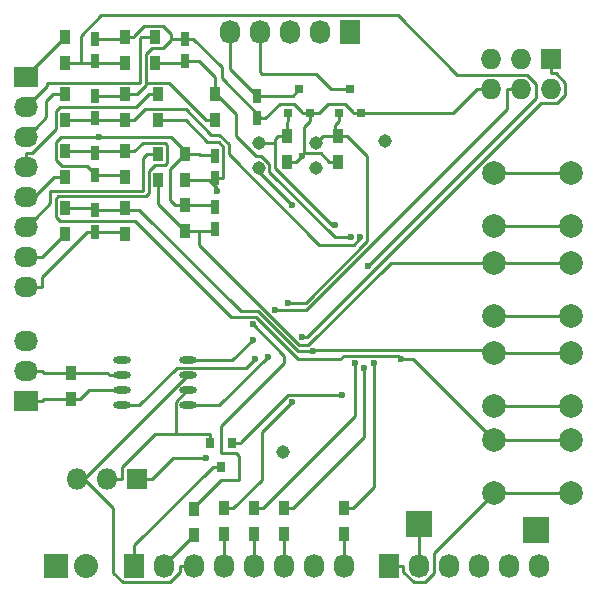
<source format=gtl>
G04 #@! TF.FileFunction,Copper,L1,Top,Signal*
%FSLAX46Y46*%
G04 Gerber Fmt 4.6, Leading zero omitted, Abs format (unit mm)*
G04 Created by KiCad (PCBNEW 4.0.2-stable) date 01.03.2017 20:49:35*
%MOMM*%
G01*
G04 APERTURE LIST*
%ADD10C,0.100000*%
%ADD11R,2.032000X1.727200*%
%ADD12O,2.032000X1.727200*%
%ADD13R,1.727200X2.032000*%
%ADD14O,1.727200X2.032000*%
%ADD15R,2.032000X2.032000*%
%ADD16O,2.032000X2.032000*%
%ADD17R,2.235200X2.235200*%
%ADD18R,0.800100X0.800100*%
%ADD19O,1.473200X0.609600*%
%ADD20R,1.727200X1.727200*%
%ADD21O,1.727200X1.727200*%
%ADD22C,1.143000*%
%ADD23C,2.000000*%
%ADD24R,0.750000X1.200000*%
%ADD25R,0.900000X1.200000*%
%ADD26R,0.800000X0.900000*%
%ADD27R,1.800000X1.800000*%
%ADD28O,1.800000X1.800000*%
%ADD29C,0.600000*%
%ADD30C,0.250000*%
G04 APERTURE END LIST*
D10*
D11*
X107188000Y-71120000D03*
D12*
X107188000Y-73660000D03*
X107188000Y-76200000D03*
X107188000Y-78740000D03*
X107188000Y-81280000D03*
X107188000Y-83820000D03*
X107188000Y-86360000D03*
X107188000Y-88900000D03*
D11*
X107188000Y-98552000D03*
D12*
X107188000Y-96012000D03*
X107188000Y-93472000D03*
D13*
X137922000Y-112522000D03*
D14*
X140462000Y-112522000D03*
X143002000Y-112522000D03*
X145542000Y-112522000D03*
X148082000Y-112522000D03*
X150622000Y-112522000D03*
D13*
X116332000Y-112522000D03*
D14*
X118872000Y-112522000D03*
X121412000Y-112522000D03*
X123952000Y-112522000D03*
X126492000Y-112522000D03*
X129032000Y-112522000D03*
X131572000Y-112522000D03*
X134112000Y-112522000D03*
D13*
X134620000Y-67310000D03*
D14*
X132080000Y-67310000D03*
X129540000Y-67310000D03*
X127000000Y-67310000D03*
X124460000Y-67310000D03*
D15*
X109728000Y-112522000D03*
D16*
X112268000Y-112522000D03*
D17*
X140462000Y-108966000D03*
X150368000Y-109474000D03*
D18*
X133670000Y-74152760D03*
X135570000Y-74152760D03*
X134620000Y-72153780D03*
X129352000Y-74152760D03*
X131252000Y-74152760D03*
X130302000Y-72153780D03*
D19*
X120904000Y-98933000D03*
X120904000Y-97663000D03*
X120904000Y-96393000D03*
X120904000Y-95123000D03*
X115316000Y-95123000D03*
X115316000Y-96393000D03*
X115316000Y-97663000D03*
X115316000Y-98933000D03*
D20*
X151638000Y-69596000D03*
D21*
X151638000Y-72136000D03*
X149098000Y-69596000D03*
X149098000Y-72136000D03*
X146558000Y-69596000D03*
X146558000Y-72136000D03*
D22*
X128905000Y-102870000D03*
X126873000Y-78867000D03*
X137541000Y-76581000D03*
X131699000Y-78867000D03*
X126873000Y-76708000D03*
X131699000Y-76708000D03*
D23*
X146812000Y-106354000D03*
X146812000Y-101854000D03*
X153312000Y-106354000D03*
X153312000Y-101854000D03*
X146812000Y-91368000D03*
X146812000Y-86868000D03*
X153312000Y-91368000D03*
X153312000Y-86868000D03*
X146812000Y-98988000D03*
X146812000Y-94488000D03*
X153312000Y-98988000D03*
X153312000Y-94488000D03*
X146812000Y-83748000D03*
X146812000Y-79248000D03*
X153312000Y-83748000D03*
X153312000Y-79248000D03*
D24*
X113030000Y-84262000D03*
X113030000Y-82362000D03*
X123190000Y-82108000D03*
X123190000Y-84008000D03*
X113030000Y-79436000D03*
X113030000Y-77536000D03*
X123190000Y-77790000D03*
X123190000Y-79690000D03*
X113030000Y-72710000D03*
X113030000Y-74610000D03*
X120650000Y-67884000D03*
X120650000Y-69784000D03*
X113030000Y-67884000D03*
X113030000Y-69784000D03*
X126746000Y-72710000D03*
X126746000Y-74610000D03*
D25*
X123952000Y-109812000D03*
X123952000Y-107612000D03*
X126492000Y-109812000D03*
X126492000Y-107612000D03*
X129032000Y-109812000D03*
X129032000Y-107612000D03*
X134112000Y-109812000D03*
X134112000Y-107612000D03*
X110998000Y-98382000D03*
X110998000Y-96182000D03*
X133604000Y-78316000D03*
X133604000Y-76116000D03*
X129286000Y-78316000D03*
X129286000Y-76116000D03*
X110490000Y-69934000D03*
X110490000Y-67734000D03*
X118110000Y-69934000D03*
X118110000Y-67734000D03*
X110490000Y-74760000D03*
X110490000Y-72560000D03*
X118364000Y-74760000D03*
X118364000Y-72560000D03*
X110490000Y-77386000D03*
X110490000Y-79586000D03*
X118364000Y-79840000D03*
X118364000Y-77640000D03*
X110490000Y-82212000D03*
X110490000Y-84412000D03*
X115570000Y-84412000D03*
X115570000Y-82212000D03*
X120650000Y-81958000D03*
X120650000Y-84158000D03*
X115570000Y-79586000D03*
X115570000Y-77386000D03*
X120650000Y-77640000D03*
X120650000Y-79840000D03*
X115570000Y-72560000D03*
X115570000Y-74760000D03*
X123190000Y-74760000D03*
X123190000Y-72560000D03*
X115570000Y-67734000D03*
X115570000Y-69934000D03*
D26*
X124648000Y-102124000D03*
X122748000Y-102124000D03*
X123698000Y-104124000D03*
D27*
X116586000Y-105156000D03*
D28*
X114046000Y-105156000D03*
X111506000Y-105156000D03*
D25*
X121412000Y-109939000D03*
X121412000Y-107739000D03*
D29*
X136137800Y-87115500D03*
X134645900Y-84708500D03*
X135446300Y-84713600D03*
X123365000Y-80813300D03*
X138911700Y-94978000D03*
X131488500Y-94358100D03*
X130574300Y-77803000D03*
X113359500Y-76201600D03*
X128241000Y-90870500D03*
X126365000Y-92075000D03*
X126573700Y-95020900D03*
X122422900Y-103378500D03*
X129656800Y-81931800D03*
X133345100Y-83685000D03*
X129331600Y-90245100D03*
X129649500Y-98684200D03*
X135021500Y-95339000D03*
X135821900Y-95788400D03*
X136622200Y-95339000D03*
X127616900Y-94864000D03*
X126390700Y-93375900D03*
X130540500Y-93184900D03*
X133904300Y-98058900D03*
D30*
X113030000Y-69934000D02*
X115570000Y-69934000D01*
X113030000Y-69934000D02*
X113030000Y-69784000D01*
X110490000Y-69934000D02*
X111797500Y-69934000D01*
X111797500Y-69934000D02*
X113030000Y-69934000D01*
X150368000Y-72885300D02*
X136137800Y-87115500D01*
X150368000Y-71702700D02*
X150368000Y-72885300D01*
X149612300Y-70947000D02*
X150368000Y-71702700D01*
X143684600Y-70947000D02*
X149612300Y-70947000D01*
X138657300Y-65919700D02*
X143684600Y-70947000D01*
X113531400Y-65919700D02*
X138657300Y-65919700D01*
X111797500Y-67653600D02*
X113531400Y-65919700D01*
X111797500Y-69934000D02*
X111797500Y-67653600D01*
X120650000Y-69784000D02*
X120650000Y-70020000D01*
X120500000Y-69934000D02*
X120650000Y-69784000D01*
X118110000Y-69934000D02*
X120500000Y-69934000D01*
X123190000Y-71120000D02*
X123190000Y-72451500D01*
X121854000Y-69784000D02*
X123190000Y-71120000D01*
X120650000Y-69784000D02*
X121854000Y-69784000D01*
X123190000Y-72451500D02*
X123190000Y-72560000D01*
X133317900Y-84708500D02*
X134645900Y-84708500D01*
X127770000Y-79160600D02*
X133317900Y-84708500D01*
X127769900Y-79160600D02*
X127770000Y-79160600D01*
X127769900Y-78481100D02*
X127769900Y-79160600D01*
X127076300Y-77787500D02*
X127769900Y-78481100D01*
X126660000Y-77787500D02*
X127076300Y-77787500D01*
X124973800Y-76101300D02*
X126660000Y-77787500D01*
X124973800Y-74235300D02*
X124973800Y-76101300D01*
X123190000Y-72451500D02*
X124973800Y-74235300D01*
X113030000Y-74760000D02*
X113030000Y-74610000D01*
X110490000Y-74760000D02*
X113030000Y-74760000D01*
X113030000Y-74760000D02*
X115570000Y-74760000D01*
X115570000Y-74760000D02*
X116345300Y-74760000D01*
X135446300Y-84792500D02*
X135446300Y-84713600D01*
X134904300Y-85334500D02*
X135446300Y-84792500D01*
X132011400Y-85334500D02*
X134904300Y-85334500D01*
X124340800Y-77663900D02*
X132011400Y-85334500D01*
X124340800Y-76844500D02*
X124340800Y-77663900D01*
X123504200Y-76007900D02*
X124340800Y-76844500D01*
X122867200Y-76007900D02*
X123504200Y-76007900D01*
X120693900Y-73834600D02*
X122867200Y-76007900D01*
X117270700Y-73834600D02*
X120693900Y-73834600D01*
X116345300Y-74760000D02*
X117270700Y-73834600D01*
X120650000Y-79840000D02*
X122648600Y-79840000D01*
X123040000Y-79840000D02*
X123190000Y-79690000D01*
X122648600Y-79840000D02*
X123040000Y-79840000D01*
X120675400Y-74760000D02*
X118364000Y-74760000D01*
X122532900Y-76617500D02*
X120675400Y-74760000D01*
X123476900Y-76617500D02*
X122532900Y-76617500D01*
X123890300Y-77030900D02*
X123476900Y-76617500D01*
X123890300Y-79690000D02*
X123890300Y-77030900D01*
X123190000Y-79690000D02*
X123890300Y-79690000D01*
X123365000Y-80556400D02*
X123365000Y-80813300D01*
X122648600Y-79840000D02*
X123365000Y-80556400D01*
X139936000Y-94978000D02*
X138911700Y-94978000D01*
X146812000Y-101854000D02*
X139936000Y-94978000D01*
X113030000Y-77386000D02*
X113030000Y-77536000D01*
X153312000Y-101854000D02*
X146812000Y-101854000D01*
X110490000Y-77386000D02*
X113030000Y-77386000D01*
X113030000Y-77386000D02*
X115570000Y-77386000D01*
X115570000Y-77386000D02*
X116345300Y-77386000D01*
X117053100Y-76678200D02*
X116345300Y-77386000D01*
X118914300Y-76678200D02*
X117053100Y-76678200D01*
X119139400Y-76903300D02*
X118914300Y-76678200D01*
X119139400Y-78396400D02*
X119139400Y-76903300D01*
X118948300Y-78587500D02*
X119139400Y-78396400D01*
X118084600Y-78587500D02*
X118948300Y-78587500D01*
X117563600Y-79108500D02*
X118084600Y-78587500D01*
X117563600Y-80968200D02*
X117563600Y-79108500D01*
X117309400Y-81222400D02*
X117563600Y-80968200D01*
X109910800Y-81222400D02*
X117309400Y-81222400D01*
X109714600Y-81418600D02*
X109910800Y-81222400D01*
X109714600Y-82984700D02*
X109714600Y-81418600D01*
X110017300Y-83287400D02*
X109714600Y-82984700D01*
X116415800Y-83287400D02*
X110017300Y-83287400D01*
X124551400Y-91423000D02*
X116415800Y-83287400D01*
X126620500Y-91423000D02*
X124551400Y-91423000D01*
X130239900Y-95042400D02*
X126620500Y-91423000D01*
X133740800Y-95042400D02*
X130239900Y-95042400D01*
X134069500Y-94713700D02*
X133740800Y-95042400D01*
X138647400Y-94713700D02*
X134069500Y-94713700D01*
X138911700Y-94978000D02*
X138647400Y-94713700D01*
X120650000Y-84158000D02*
X120650000Y-84074000D01*
X118364000Y-81872000D02*
X120650000Y-84158000D01*
X118364000Y-79840000D02*
X118364000Y-81872000D01*
X120650000Y-84158000D02*
X121845000Y-84158000D01*
X123040000Y-84158000D02*
X123190000Y-84008000D01*
X121845000Y-84158000D02*
X123040000Y-84158000D01*
X138059800Y-86868000D02*
X146812000Y-86868000D01*
X131085000Y-93842800D02*
X138059800Y-86868000D01*
X130314100Y-93842800D02*
X131085000Y-93842800D01*
X121845000Y-85373700D02*
X130314100Y-93842800D01*
X121845000Y-84158000D02*
X121845000Y-85373700D01*
X146812000Y-86868000D02*
X153312000Y-86868000D01*
X112880000Y-82212000D02*
X113030000Y-82362000D01*
X110490000Y-82212000D02*
X112880000Y-82212000D01*
X153312000Y-94488000D02*
X146812000Y-94488000D01*
X113030000Y-82362000D02*
X115420000Y-82362000D01*
X115420000Y-82362000D02*
X115570000Y-82212000D01*
X130192500Y-94358100D02*
X131488500Y-94358100D01*
X126807100Y-90972700D02*
X130192500Y-94358100D01*
X125361200Y-90972700D02*
X126807100Y-90972700D01*
X116750500Y-82362000D02*
X125361200Y-90972700D01*
X115420000Y-82362000D02*
X116750500Y-82362000D01*
X131583200Y-94263400D02*
X131488500Y-94358100D01*
X146587400Y-94263400D02*
X131583200Y-94263400D01*
X146812000Y-94488000D02*
X146587400Y-94263400D01*
X107104000Y-71120000D02*
X106934000Y-70950000D01*
X106680000Y-71120000D02*
X107104000Y-71120000D01*
X107104000Y-71120000D02*
X110490000Y-67734000D01*
X107188000Y-71120000D02*
X107104000Y-71120000D01*
X106680000Y-73660000D02*
X106934000Y-73660000D01*
X108966000Y-71882000D02*
X107901000Y-72947000D01*
X108966000Y-71628000D02*
X108966000Y-71882000D01*
X116840000Y-71628000D02*
X108966000Y-71628000D01*
X116840000Y-67818000D02*
X116840000Y-71628000D01*
X116924000Y-67734000D02*
X116840000Y-67818000D01*
X118110000Y-67734000D02*
X116924000Y-67734000D01*
X107901000Y-72947000D02*
X107188000Y-73660000D01*
X107647000Y-72947000D02*
X106934000Y-73660000D01*
X107901000Y-72947000D02*
X107647000Y-72947000D01*
X106680000Y-76200000D02*
X106850000Y-76200000D01*
X108839000Y-74549000D02*
X107976200Y-75411800D01*
X108839000Y-73152000D02*
X108839000Y-74549000D01*
X109431000Y-72560000D02*
X108839000Y-73152000D01*
X110490000Y-72560000D02*
X109431000Y-72560000D01*
X107976200Y-75411800D02*
X107188000Y-76200000D01*
X107638200Y-75411800D02*
X106850000Y-76200000D01*
X107976200Y-75411800D02*
X107638200Y-75411800D01*
X106680000Y-78740000D02*
X106934000Y-78740000D01*
X106934000Y-78740000D02*
X107188000Y-78740000D01*
X118364000Y-72560000D02*
X117588700Y-72560000D01*
X116464100Y-73684600D02*
X117588700Y-72560000D01*
X110039700Y-73684600D02*
X116464100Y-73684600D01*
X109714600Y-74009700D02*
X110039700Y-73684600D01*
X109714600Y-75551200D02*
X109714600Y-74009700D01*
X107714700Y-77551100D02*
X109714600Y-75551200D01*
X107188000Y-77551100D02*
X107714700Y-77551100D01*
X107188000Y-78740000D02*
X107188000Y-77551100D01*
X110490000Y-79586000D02*
X109517000Y-79586000D01*
X109517000Y-79586000D02*
X107823000Y-81280000D01*
X107823000Y-81280000D02*
X107188000Y-81280000D01*
X107188000Y-81280000D02*
X106934000Y-81280000D01*
X106680000Y-81280000D02*
X106934000Y-81280000D01*
X106680000Y-83312000D02*
X106680000Y-83820000D01*
X109220000Y-81788000D02*
X107976200Y-83031800D01*
X109220000Y-80772000D02*
X109220000Y-81788000D01*
X117094000Y-80772000D02*
X109220000Y-80772000D01*
X117094000Y-77978000D02*
X117094000Y-80772000D01*
X117432000Y-77640000D02*
X117094000Y-77978000D01*
X118364000Y-77640000D02*
X117432000Y-77640000D01*
X107976200Y-83031800D02*
X107188000Y-83820000D01*
X106960200Y-83031800D02*
X106680000Y-83312000D01*
X107976200Y-83031800D02*
X106960200Y-83031800D01*
X106680000Y-86360000D02*
X107188000Y-86360000D01*
X108542000Y-86360000D02*
X110490000Y-84412000D01*
X107188000Y-86360000D02*
X108542000Y-86360000D01*
X107188000Y-98552000D02*
X108529300Y-98552000D01*
X108699300Y-98382000D02*
X110998000Y-98382000D01*
X108529300Y-98552000D02*
X108699300Y-98382000D01*
X112492300Y-97663000D02*
X115316000Y-97663000D01*
X111773300Y-98382000D02*
X112492300Y-97663000D01*
X110998000Y-98382000D02*
X111773300Y-98382000D01*
X107188000Y-96012000D02*
X108529300Y-96012000D01*
X108699300Y-96182000D02*
X110998000Y-96182000D01*
X108529300Y-96012000D02*
X108699300Y-96182000D01*
X114043100Y-96182000D02*
X114254100Y-96393000D01*
X110998000Y-96182000D02*
X114043100Y-96182000D01*
X115316000Y-96393000D02*
X114254100Y-96393000D01*
X120566000Y-77724000D02*
X120650000Y-77640000D01*
X120566000Y-77724000D02*
X120650000Y-77640000D01*
X115453000Y-79469000D02*
X115570000Y-79586000D01*
X120650000Y-67884000D02*
X119949700Y-67884000D01*
X115420000Y-67884000D02*
X115570000Y-67734000D01*
X115570000Y-67734000D02*
X116345300Y-67734000D01*
X115486000Y-79502000D02*
X115486000Y-79078000D01*
X115453000Y-79469000D02*
X115486000Y-79502000D01*
X153312000Y-83748000D02*
X146812000Y-83748000D01*
X153312000Y-98988000D02*
X146812000Y-98988000D01*
X153312000Y-91368000D02*
X146812000Y-91368000D01*
X114046000Y-105156000D02*
X115271300Y-105156000D01*
X122748000Y-102124000D02*
X122748000Y-101348700D01*
X123040000Y-81958000D02*
X123190000Y-82108000D01*
X120650000Y-81958000D02*
X123040000Y-81958000D01*
X120828300Y-97663000D02*
X120904000Y-97663000D01*
X119841800Y-98649500D02*
X120828300Y-97663000D01*
X119841800Y-101348700D02*
X119841800Y-98649500D01*
X118083000Y-101348700D02*
X119841800Y-101348700D01*
X115271300Y-104160400D02*
X118083000Y-101348700D01*
X115271300Y-105156000D02*
X115271300Y-104160400D01*
X119841800Y-101348700D02*
X122748000Y-101348700D01*
X113030000Y-67884000D02*
X115420000Y-67884000D01*
X115420000Y-72710000D02*
X115570000Y-72560000D01*
X113030000Y-72710000D02*
X115420000Y-72710000D01*
X119380000Y-78910000D02*
X120566000Y-77724000D01*
X119380000Y-81534000D02*
X119380000Y-78910000D01*
X119804000Y-81958000D02*
X119380000Y-81534000D01*
X120650000Y-81958000D02*
X119804000Y-81958000D01*
X113030000Y-79436000D02*
X113105000Y-79436000D01*
X115420000Y-79436000D02*
X115453000Y-79469000D01*
X113105000Y-79436000D02*
X115420000Y-79436000D01*
X115420000Y-84262000D02*
X115570000Y-84412000D01*
X113030000Y-84262000D02*
X115420000Y-84262000D01*
X120909700Y-77640000D02*
X120650000Y-77640000D01*
X121836000Y-77640000D02*
X120909700Y-77640000D01*
X121920000Y-77724000D02*
X121836000Y-77640000D01*
X123124000Y-77724000D02*
X121920000Y-77724000D01*
X123190000Y-77790000D02*
X123124000Y-77724000D01*
X143352300Y-74152800D02*
X145369100Y-72136000D01*
X135570000Y-74152800D02*
X143352300Y-74152800D01*
X146558000Y-72136000D02*
X145369100Y-72136000D01*
X108529300Y-88062400D02*
X112329700Y-84262000D01*
X113030000Y-84262000D02*
X112329700Y-84262000D01*
X107188000Y-88900000D02*
X108529300Y-88900000D01*
X108529300Y-88900000D02*
X108529300Y-88062400D01*
X119471300Y-76201600D02*
X113359500Y-76201600D01*
X120909700Y-77640000D02*
X119471300Y-76201600D01*
X112329600Y-78660600D02*
X113105000Y-79436000D01*
X110204900Y-78660600D02*
X112329600Y-78660600D01*
X109714600Y-78170300D02*
X110204900Y-78660600D01*
X109714600Y-76644700D02*
X109714600Y-78170300D01*
X110157700Y-76201600D02*
X109714600Y-76644700D01*
X113359500Y-76201600D02*
X110157700Y-76201600D01*
X131252000Y-74515400D02*
X131252000Y-74878100D01*
X135570000Y-74152800D02*
X134844700Y-74152800D01*
X129286000Y-78316000D02*
X130061300Y-78316000D01*
X130574300Y-77803000D02*
X130061300Y-78316000D01*
X133604000Y-78316000D02*
X132828700Y-78316000D01*
X130743700Y-75386400D02*
X130743700Y-77604900D01*
X131252000Y-74878100D02*
X130743700Y-75386400D01*
X130574300Y-77774300D02*
X130743700Y-77604900D01*
X130574300Y-77803000D02*
X130574300Y-77774300D01*
X132117600Y-77604900D02*
X132828700Y-78316000D01*
X130743700Y-77604900D02*
X132117600Y-77604900D01*
X153312000Y-106354000D02*
X146812000Y-106354000D01*
X139110900Y-113042100D02*
X139110900Y-112522000D01*
X139979900Y-113911100D02*
X139110900Y-113042100D01*
X140929100Y-113911100D02*
X139979900Y-113911100D01*
X141732000Y-113108200D02*
X140929100Y-113911100D01*
X141732000Y-111434000D02*
X141732000Y-113108200D01*
X146812000Y-106354000D02*
X141732000Y-111434000D01*
X137922000Y-112522000D02*
X139110900Y-112522000D01*
X128677100Y-73379200D02*
X127446300Y-74610000D01*
X129843800Y-73379200D02*
X128677100Y-73379200D01*
X130526700Y-74062100D02*
X129843800Y-73379200D01*
X130526700Y-74152800D02*
X130526700Y-74062100D01*
X131252000Y-74152800D02*
X130526700Y-74152800D01*
X126746000Y-74610000D02*
X127096200Y-74610000D01*
X127096200Y-74610000D02*
X127446300Y-74610000D01*
X123740100Y-70273800D02*
X121350300Y-67884000D01*
X123740100Y-71253900D02*
X123740100Y-70273800D01*
X127096200Y-74610000D02*
X123740100Y-71253900D01*
X120650000Y-67884000D02*
X121350300Y-67884000D01*
X134844700Y-74062100D02*
X134844700Y-74152800D01*
X134209900Y-73427300D02*
X134844700Y-74062100D01*
X132702900Y-73427300D02*
X134209900Y-73427300D01*
X131977400Y-74152800D02*
X132702900Y-73427300D01*
X131252000Y-74515400D02*
X131252000Y-74152800D01*
X131252000Y-74152800D02*
X131977400Y-74152800D01*
X119412000Y-67480700D02*
X119412000Y-67884000D01*
X118739900Y-66808600D02*
X119412000Y-67480700D01*
X117173800Y-66808600D02*
X118739900Y-66808600D01*
X116345300Y-67637100D02*
X117173800Y-66808600D01*
X116345300Y-67734000D02*
X116345300Y-67637100D01*
X119412000Y-67884000D02*
X119949700Y-67884000D01*
X123190000Y-74760000D02*
X122414700Y-74760000D01*
X119272900Y-71618200D02*
X122414700Y-74760000D01*
X117295100Y-71618200D02*
X119272900Y-71618200D01*
X117295100Y-69189800D02*
X117295100Y-71618200D01*
X117825500Y-68659400D02*
X117295100Y-69189800D01*
X118771000Y-68659400D02*
X117825500Y-68659400D01*
X119412000Y-68018400D02*
X118771000Y-68659400D01*
X119412000Y-67884000D02*
X119412000Y-68018400D01*
X116580400Y-72560000D02*
X115570000Y-72560000D01*
X117295100Y-71845300D02*
X116580400Y-72560000D01*
X117295100Y-71618200D02*
X117295100Y-71845300D01*
X153312000Y-79248000D02*
X146812000Y-79248000D01*
X140462000Y-108966000D02*
X140462000Y-112522000D01*
X111506000Y-105156000D02*
X112068800Y-105156000D01*
X121412000Y-112522000D02*
X120223100Y-112522000D01*
X114535500Y-107622700D02*
X112078400Y-105165600D01*
X114535500Y-113100500D02*
X114535500Y-107622700D01*
X115345600Y-113910600D02*
X114535500Y-113100500D01*
X119354600Y-113910600D02*
X115345600Y-113910600D01*
X120223100Y-113042100D02*
X119354600Y-113910600D01*
X120223100Y-112522000D02*
X120223100Y-113042100D01*
X112078400Y-105165600D02*
X112068800Y-105156000D01*
X120851000Y-96393000D02*
X120904000Y-96393000D01*
X112078400Y-105165600D02*
X120851000Y-96393000D01*
X149098000Y-72136000D02*
X147909100Y-72136000D01*
X147909100Y-73842500D02*
X147909100Y-72136000D01*
X130881100Y-90870500D02*
X147909100Y-73842500D01*
X128241000Y-90870500D02*
X130881100Y-90870500D01*
X123952000Y-109812000D02*
X123952000Y-112522000D01*
X126492000Y-109812000D02*
X126492000Y-112522000D01*
X129032000Y-109812000D02*
X129032000Y-112522000D01*
X134112000Y-109812000D02*
X134112000Y-112522000D01*
X121412000Y-107739000D02*
X121412000Y-107569000D01*
X121412000Y-107569000D02*
X123698000Y-105283000D01*
X123698000Y-105283000D02*
X125222000Y-105283000D01*
X125222000Y-105283000D02*
X125222000Y-103251000D01*
X125222000Y-103251000D02*
X124968000Y-102997000D01*
X124968000Y-102997000D02*
X123698000Y-102997000D01*
X123698000Y-102997000D02*
X123698000Y-100711000D01*
X123698000Y-100711000D02*
X129032000Y-95377000D01*
X129032000Y-95377000D02*
X129032000Y-94742000D01*
X129032000Y-94742000D02*
X126365000Y-92075000D01*
X116746900Y-98933000D02*
X115316000Y-98933000D01*
X119921900Y-95758000D02*
X116746900Y-98933000D01*
X125836600Y-95758000D02*
X119921900Y-95758000D01*
X126573700Y-95020900D02*
X125836600Y-95758000D01*
X116586000Y-105156000D02*
X117811300Y-105156000D01*
X119588800Y-103378500D02*
X122422900Y-103378500D01*
X117811300Y-105156000D02*
X119588800Y-103378500D01*
X126873000Y-79148000D02*
X129656800Y-81931800D01*
X126873000Y-78867000D02*
X126873000Y-79148000D01*
X129352000Y-74152800D02*
X129352000Y-74878100D01*
X129286000Y-74944100D02*
X129286000Y-76116000D01*
X129352000Y-74878100D02*
X129286000Y-74944100D01*
X129286000Y-76116000D02*
X128510700Y-76116000D01*
X128252900Y-76708000D02*
X126873000Y-76708000D01*
X128252900Y-76373800D02*
X128252900Y-76708000D01*
X128510700Y-76116000D02*
X128252900Y-76373800D01*
X133345100Y-83684900D02*
X133345100Y-83685000D01*
X133076000Y-83684900D02*
X133345100Y-83684900D01*
X128252900Y-78861800D02*
X133076000Y-83684900D01*
X128252900Y-76708000D02*
X128252900Y-78861800D01*
X133410200Y-76116000D02*
X133313300Y-76116000D01*
X132291000Y-76116000D02*
X131699000Y-76708000D01*
X133313300Y-76116000D02*
X132291000Y-76116000D01*
X133313300Y-75234800D02*
X133670000Y-74878100D01*
X133313300Y-76116000D02*
X133313300Y-75234800D01*
X133670000Y-74152800D02*
X133670000Y-74878100D01*
X133410200Y-76116000D02*
X133604000Y-76116000D01*
X130849900Y-90245100D02*
X129331600Y-90245100D01*
X136073600Y-85021400D02*
X130849900Y-90245100D01*
X136073600Y-77810300D02*
X136073600Y-85021400D01*
X134379300Y-76116000D02*
X136073600Y-77810300D01*
X133604000Y-76116000D02*
X134379300Y-76116000D01*
X127122000Y-101211700D02*
X129649500Y-98684200D01*
X127122000Y-105217300D02*
X127122000Y-101211700D01*
X124727300Y-107612000D02*
X127122000Y-105217300D01*
X123952000Y-107612000D02*
X124727300Y-107612000D01*
X126492000Y-107612000D02*
X127267300Y-107612000D01*
X135021500Y-99857800D02*
X127267300Y-107612000D01*
X135021500Y-95339000D02*
X135021500Y-99857800D01*
X135821900Y-101597400D02*
X135821900Y-95788400D01*
X129807300Y-107612000D02*
X135821900Y-101597400D01*
X129032000Y-107612000D02*
X129807300Y-107612000D01*
X134112000Y-107612000D02*
X134887300Y-107612000D01*
X136622200Y-105877100D02*
X136622200Y-95339000D01*
X134887300Y-107612000D02*
X136622200Y-105877100D01*
X123547900Y-98933000D02*
X127616900Y-94864000D01*
X120904000Y-98933000D02*
X123547900Y-98933000D01*
X124643600Y-95123000D02*
X126390700Y-93375900D01*
X120904000Y-95123000D02*
X124643600Y-95123000D01*
X151638000Y-69596000D02*
X151638000Y-70784900D01*
X152009600Y-70784900D02*
X151638000Y-70784900D01*
X152826900Y-71602200D02*
X152009600Y-70784900D01*
X152826900Y-72678500D02*
X152826900Y-71602200D01*
X152130300Y-73375100D02*
X152826900Y-72678500D01*
X150762600Y-73375100D02*
X152130300Y-73375100D01*
X130952800Y-93184900D02*
X150762600Y-73375100D01*
X130540500Y-93184900D02*
X130952800Y-93184900D01*
X127000000Y-70739000D02*
X127000000Y-67310000D01*
X127127000Y-70866000D02*
X127000000Y-70739000D01*
X131699000Y-70866000D02*
X127127000Y-70866000D01*
X132987000Y-72153800D02*
X131699000Y-70866000D01*
X134620000Y-72153800D02*
X132987000Y-72153800D01*
X129746000Y-72710000D02*
X130302000Y-72153800D01*
X126746000Y-72710000D02*
X129746000Y-72710000D01*
X124460000Y-70424000D02*
X126746000Y-72710000D01*
X124460000Y-67310000D02*
X124460000Y-70424000D01*
X124648000Y-102124000D02*
X125373300Y-102124000D01*
X129309700Y-98058900D02*
X133904300Y-98058900D01*
X125373300Y-101995300D02*
X129309700Y-98058900D01*
X125373300Y-102124000D02*
X125373300Y-101995300D01*
X116332000Y-110764700D02*
X116332000Y-112522000D01*
X122972700Y-104124000D02*
X116332000Y-110764700D01*
X123698000Y-104124000D02*
X122972700Y-104124000D01*
X118872000Y-112522000D02*
X118872000Y-112479000D01*
X118872000Y-112479000D02*
X121412000Y-109939000D01*
M02*

</source>
